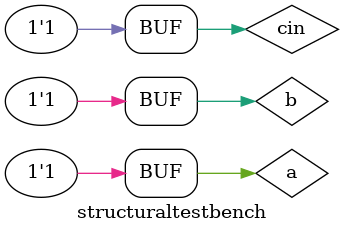
<source format=sv>
`timescale 1ns / 1ps


module structuraltestbench();
   logic a,b,cin;
   logic sum,cout;
   //instantiate device under test
   structuralfulladder dut(a,b,cin,sum,cout);
   //apply inputs one at a time
   initial begin
     a = 0; b = 0; cin = 0; #10;
     cin = 1; #10;
     b = 1; cin = 0; #10;
     cin = 1; #10;
     a = 1; b = 0; cin = 0; #10;
     cin = 1; #10;
     b = 1; cin = 0; #10;
     cin = 1; #10;
   end
endmodule

</source>
